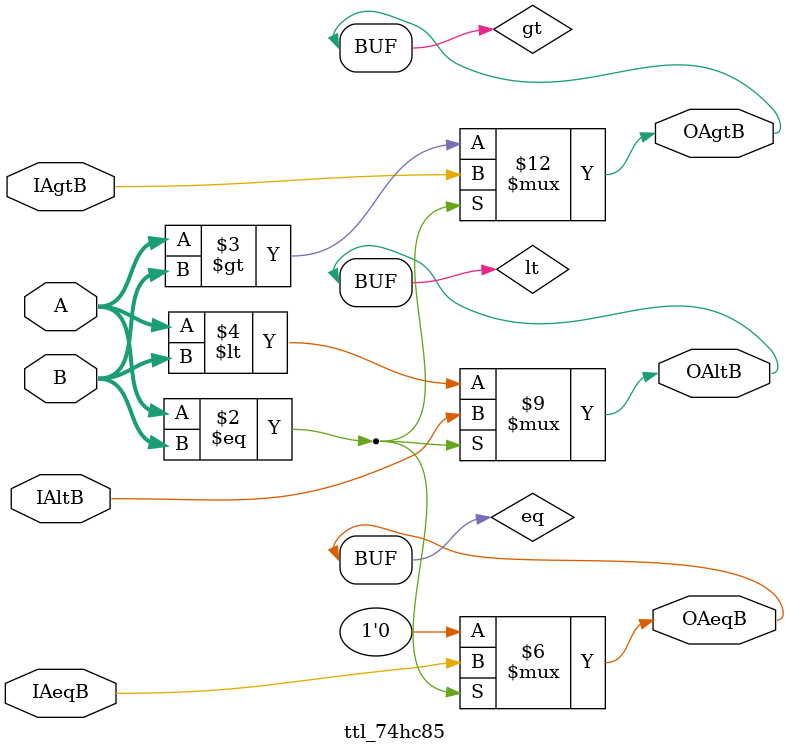
<source format=v>
module ttl_74hc85(
	input [3:0] A,
	input [3:0] B,
	input IAgtB,
	input IAltB,
	input IAeqB,
	output OAgtB,
	output OAltB,
	output OAeqB
);

reg gt;
reg lt;
reg eq;
always @(*) begin
	if(A == B) begin
		gt = IAgtB;
		lt = IAltB;
		eq = IAeqB;
	end else begin
		gt = A > B;
		lt = A < B;
		eq = 1'b0;
	end
end
assign #30 OAgtB = gt;
assign #30 OAltB = lt;
assign #30 OAeqB = eq;

endmodule

</source>
